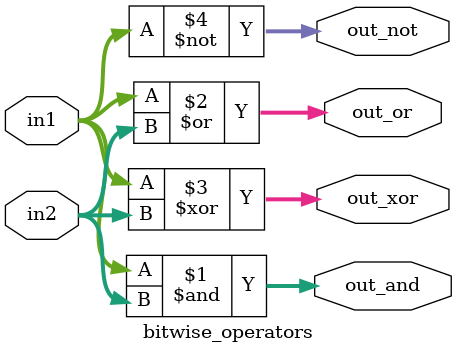
<source format=v>
module bitwise_operators (
  input [7:0] in1,
  input [7:0] in2,
  output [7:0] out_and,
  output [7:0] out_or,
  output [7:0] out_xor,
  output [7:0] out_not
);

  assign out_and = in1 & in2;
  assign out_or = in1 | in2;
  assign out_xor = in1 ^ in2;
  assign out_not = ~in1;

endmodule
</source>
